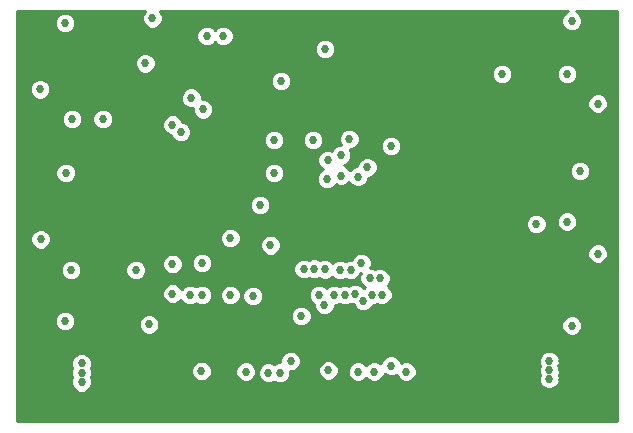
<source format=gbr>
G04 #@! TF.FileFunction,Copper,L2,Inr,Plane*
%FSLAX46Y46*%
G04 Gerber Fmt 4.6, Leading zero omitted, Abs format (unit mm)*
G04 Created by KiCad (PCBNEW 4.0.4-stable) date 12/08/16 20:58:41*
%MOMM*%
%LPD*%
G01*
G04 APERTURE LIST*
%ADD10C,0.100000*%
%ADD11C,0.690000*%
%ADD12C,0.254000*%
G04 APERTURE END LIST*
D10*
D11*
X76100000Y-112200000D03*
X76100000Y-113000000D03*
X76100000Y-111400000D03*
X93800000Y-111200000D03*
X85300000Y-105600000D03*
X91200000Y-98000000D03*
X93000000Y-87500000D03*
X82100000Y-82200000D03*
X77900000Y-90700000D03*
X74700000Y-82600000D03*
X74766434Y-95300000D03*
X74700000Y-107800000D03*
X72600000Y-88195944D03*
X75300000Y-90700000D03*
X80691844Y-103491844D03*
X75200000Y-103500000D03*
X72636424Y-100900000D03*
X97000000Y-112000000D03*
X115700000Y-112000000D03*
X115700000Y-112700000D03*
X115700000Y-111200000D03*
X111700000Y-86900000D03*
X117200000Y-86900000D03*
X117600000Y-82400000D03*
X119800000Y-89408000D03*
X118300000Y-95100000D03*
X114600000Y-99600000D03*
X117200000Y-99400000D03*
X119800000Y-102108000D03*
X117600000Y-108200000D03*
X94700000Y-107400000D03*
X81800000Y-108100000D03*
X96700000Y-84800000D03*
X81500000Y-86000000D03*
X92900000Y-112200000D03*
X88700000Y-105600000D03*
X88700000Y-100800000D03*
X90600000Y-105700000D03*
X92100000Y-101400000D03*
X116800000Y-112800000D03*
X116800000Y-111200000D03*
X116800000Y-112000000D03*
X75000000Y-113000000D03*
X75000000Y-111400000D03*
X75000000Y-112200000D03*
X111700000Y-90100000D03*
X119900000Y-85500000D03*
X120000000Y-93200000D03*
X114500000Y-102100000D03*
X119900000Y-98200000D03*
X119836000Y-105600000D03*
X87600000Y-101000000D03*
X93700000Y-98000000D03*
X93700000Y-92500000D03*
X77900000Y-88200000D03*
X72400000Y-84200000D03*
X72300000Y-92600000D03*
X71700000Y-96900000D03*
X72100000Y-105200000D03*
X77800000Y-100900000D03*
X95000000Y-112000000D03*
X83800000Y-91200000D03*
X83800000Y-103000000D03*
X83800000Y-105500000D03*
X85388941Y-88911059D03*
X88100000Y-83700000D03*
X86700000Y-83700000D03*
X86400000Y-89900000D03*
X84500000Y-91800000D03*
X86311468Y-102911468D03*
X86311468Y-105600000D03*
X96668361Y-106456809D03*
X95816130Y-103385256D03*
X99265969Y-105546923D03*
X98884213Y-103495954D03*
X101567913Y-105582652D03*
X101389950Y-104210472D03*
X99955864Y-106109210D03*
X102300000Y-111600000D03*
X99800000Y-102900000D03*
X99500000Y-95600000D03*
X95686000Y-92500000D03*
X100677923Y-105588873D03*
X98770332Y-92414373D03*
X100300000Y-94800000D03*
X100500000Y-104200000D03*
X103600000Y-112100000D03*
X98379952Y-105631158D03*
X97994216Y-103501216D03*
X98066414Y-93778596D03*
X98100000Y-95500000D03*
X100900000Y-112100000D03*
X97490012Y-105619856D03*
X96704205Y-103443935D03*
X99500000Y-112100000D03*
X96900000Y-95800000D03*
X96938795Y-94189290D03*
X102306000Y-93000000D03*
X91915679Y-112199509D03*
X96200000Y-105600000D03*
X94900000Y-103400000D03*
X92400000Y-95300000D03*
X92400000Y-92500000D03*
X90000000Y-112100000D03*
X86256091Y-112043909D03*
D12*
G36*
X81361186Y-81705407D02*
X81228152Y-82025788D01*
X81227849Y-82372690D01*
X81360324Y-82693303D01*
X81605407Y-82938814D01*
X81925788Y-83071848D01*
X82272690Y-83072151D01*
X82593303Y-82939676D01*
X82838814Y-82694593D01*
X82971848Y-82374212D01*
X82972151Y-82027310D01*
X82839676Y-81706697D01*
X82735162Y-81602000D01*
X117247851Y-81602000D01*
X117106697Y-81660324D01*
X116861186Y-81905407D01*
X116728152Y-82225788D01*
X116727849Y-82572690D01*
X116860324Y-82893303D01*
X117105407Y-83138814D01*
X117425788Y-83271848D01*
X117772690Y-83272151D01*
X118093303Y-83139676D01*
X118338814Y-82894593D01*
X118471848Y-82574212D01*
X118472151Y-82227310D01*
X118339676Y-81906697D01*
X118094593Y-81661186D01*
X117952057Y-81602000D01*
X121398000Y-81602000D01*
X121398000Y-116298000D01*
X70602000Y-116298000D01*
X70602000Y-111572690D01*
X75227849Y-111572690D01*
X75321840Y-111800164D01*
X75228152Y-112025788D01*
X75227849Y-112372690D01*
X75321840Y-112600164D01*
X75228152Y-112825788D01*
X75227849Y-113172690D01*
X75360324Y-113493303D01*
X75605407Y-113738814D01*
X75925788Y-113871848D01*
X76272690Y-113872151D01*
X76593303Y-113739676D01*
X76838814Y-113494593D01*
X76971848Y-113174212D01*
X76972151Y-112827310D01*
X76878160Y-112599836D01*
X76971848Y-112374212D01*
X76971985Y-112216599D01*
X85383940Y-112216599D01*
X85516415Y-112537212D01*
X85761498Y-112782723D01*
X86081879Y-112915757D01*
X86428781Y-112916060D01*
X86749394Y-112783585D01*
X86994905Y-112538502D01*
X87105279Y-112272690D01*
X89127849Y-112272690D01*
X89260324Y-112593303D01*
X89505407Y-112838814D01*
X89825788Y-112971848D01*
X90172690Y-112972151D01*
X90493303Y-112839676D01*
X90738814Y-112594593D01*
X90831160Y-112372199D01*
X91043528Y-112372199D01*
X91176003Y-112692812D01*
X91421086Y-112938323D01*
X91741467Y-113071357D01*
X92088369Y-113071660D01*
X92407638Y-112939740D01*
X92725788Y-113071848D01*
X93072690Y-113072151D01*
X93393303Y-112939676D01*
X93638814Y-112694593D01*
X93771848Y-112374212D01*
X93772024Y-112172690D01*
X96127849Y-112172690D01*
X96260324Y-112493303D01*
X96505407Y-112738814D01*
X96825788Y-112871848D01*
X97172690Y-112872151D01*
X97493303Y-112739676D01*
X97738814Y-112494593D01*
X97830956Y-112272690D01*
X98627849Y-112272690D01*
X98760324Y-112593303D01*
X99005407Y-112838814D01*
X99325788Y-112971848D01*
X99672690Y-112972151D01*
X99993303Y-112839676D01*
X100200146Y-112633194D01*
X100405407Y-112838814D01*
X100725788Y-112971848D01*
X101072690Y-112972151D01*
X101393303Y-112839676D01*
X101638814Y-112594593D01*
X101762762Y-112296094D01*
X101805407Y-112338814D01*
X102125788Y-112471848D01*
X102472690Y-112472151D01*
X102761036Y-112353008D01*
X102860324Y-112593303D01*
X103105407Y-112838814D01*
X103425788Y-112971848D01*
X103772690Y-112972151D01*
X104093303Y-112839676D01*
X104338814Y-112594593D01*
X104471848Y-112274212D01*
X104472151Y-111927310D01*
X104339676Y-111606697D01*
X104106077Y-111372690D01*
X114827849Y-111372690D01*
X114921840Y-111600164D01*
X114828152Y-111825788D01*
X114827849Y-112172690D01*
X114901129Y-112350040D01*
X114828152Y-112525788D01*
X114827849Y-112872690D01*
X114960324Y-113193303D01*
X115205407Y-113438814D01*
X115525788Y-113571848D01*
X115872690Y-113572151D01*
X116193303Y-113439676D01*
X116438814Y-113194593D01*
X116571848Y-112874212D01*
X116572151Y-112527310D01*
X116498871Y-112349960D01*
X116571848Y-112174212D01*
X116572151Y-111827310D01*
X116478160Y-111599836D01*
X116571848Y-111374212D01*
X116572151Y-111027310D01*
X116439676Y-110706697D01*
X116194593Y-110461186D01*
X115874212Y-110328152D01*
X115527310Y-110327849D01*
X115206697Y-110460324D01*
X114961186Y-110705407D01*
X114828152Y-111025788D01*
X114827849Y-111372690D01*
X104106077Y-111372690D01*
X104094593Y-111361186D01*
X103774212Y-111228152D01*
X103427310Y-111227849D01*
X103138964Y-111346992D01*
X103039676Y-111106697D01*
X102794593Y-110861186D01*
X102474212Y-110728152D01*
X102127310Y-110727849D01*
X101806697Y-110860324D01*
X101561186Y-111105407D01*
X101437238Y-111403906D01*
X101394593Y-111361186D01*
X101074212Y-111228152D01*
X100727310Y-111227849D01*
X100406697Y-111360324D01*
X100199854Y-111566806D01*
X99994593Y-111361186D01*
X99674212Y-111228152D01*
X99327310Y-111227849D01*
X99006697Y-111360324D01*
X98761186Y-111605407D01*
X98628152Y-111925788D01*
X98627849Y-112272690D01*
X97830956Y-112272690D01*
X97871848Y-112174212D01*
X97872151Y-111827310D01*
X97739676Y-111506697D01*
X97494593Y-111261186D01*
X97174212Y-111128152D01*
X96827310Y-111127849D01*
X96506697Y-111260324D01*
X96261186Y-111505407D01*
X96128152Y-111825788D01*
X96127849Y-112172690D01*
X93772024Y-112172690D01*
X93772112Y-112071976D01*
X93972690Y-112072151D01*
X94293303Y-111939676D01*
X94538814Y-111694593D01*
X94671848Y-111374212D01*
X94672151Y-111027310D01*
X94539676Y-110706697D01*
X94294593Y-110461186D01*
X93974212Y-110328152D01*
X93627310Y-110327849D01*
X93306697Y-110460324D01*
X93061186Y-110705407D01*
X92928152Y-111025788D01*
X92927888Y-111328024D01*
X92727310Y-111327849D01*
X92408041Y-111459769D01*
X92089891Y-111327661D01*
X91742989Y-111327358D01*
X91422376Y-111459833D01*
X91176865Y-111704916D01*
X91043831Y-112025297D01*
X91043528Y-112372199D01*
X90831160Y-112372199D01*
X90871848Y-112274212D01*
X90872151Y-111927310D01*
X90739676Y-111606697D01*
X90494593Y-111361186D01*
X90174212Y-111228152D01*
X89827310Y-111227849D01*
X89506697Y-111360324D01*
X89261186Y-111605407D01*
X89128152Y-111925788D01*
X89127849Y-112272690D01*
X87105279Y-112272690D01*
X87127939Y-112218121D01*
X87128242Y-111871219D01*
X86995767Y-111550606D01*
X86750684Y-111305095D01*
X86430303Y-111172061D01*
X86083401Y-111171758D01*
X85762788Y-111304233D01*
X85517277Y-111549316D01*
X85384243Y-111869697D01*
X85383940Y-112216599D01*
X76971985Y-112216599D01*
X76972151Y-112027310D01*
X76878160Y-111799836D01*
X76971848Y-111574212D01*
X76972151Y-111227310D01*
X76839676Y-110906697D01*
X76594593Y-110661186D01*
X76274212Y-110528152D01*
X75927310Y-110527849D01*
X75606697Y-110660324D01*
X75361186Y-110905407D01*
X75228152Y-111225788D01*
X75227849Y-111572690D01*
X70602000Y-111572690D01*
X70602000Y-107972690D01*
X73827849Y-107972690D01*
X73960324Y-108293303D01*
X74205407Y-108538814D01*
X74525788Y-108671848D01*
X74872690Y-108672151D01*
X75193303Y-108539676D01*
X75438814Y-108294593D01*
X75447908Y-108272690D01*
X80927849Y-108272690D01*
X81060324Y-108593303D01*
X81305407Y-108838814D01*
X81625788Y-108971848D01*
X81972690Y-108972151D01*
X82293303Y-108839676D01*
X82538814Y-108594593D01*
X82630956Y-108372690D01*
X116727849Y-108372690D01*
X116860324Y-108693303D01*
X117105407Y-108938814D01*
X117425788Y-109071848D01*
X117772690Y-109072151D01*
X118093303Y-108939676D01*
X118338814Y-108694593D01*
X118471848Y-108374212D01*
X118472151Y-108027310D01*
X118339676Y-107706697D01*
X118094593Y-107461186D01*
X117774212Y-107328152D01*
X117427310Y-107327849D01*
X117106697Y-107460324D01*
X116861186Y-107705407D01*
X116728152Y-108025788D01*
X116727849Y-108372690D01*
X82630956Y-108372690D01*
X82671848Y-108274212D01*
X82672151Y-107927310D01*
X82539676Y-107606697D01*
X82505729Y-107572690D01*
X93827849Y-107572690D01*
X93960324Y-107893303D01*
X94205407Y-108138814D01*
X94525788Y-108271848D01*
X94872690Y-108272151D01*
X95193303Y-108139676D01*
X95438814Y-107894593D01*
X95571848Y-107574212D01*
X95572151Y-107227310D01*
X95439676Y-106906697D01*
X95194593Y-106661186D01*
X94874212Y-106528152D01*
X94527310Y-106527849D01*
X94206697Y-106660324D01*
X93961186Y-106905407D01*
X93828152Y-107225788D01*
X93827849Y-107572690D01*
X82505729Y-107572690D01*
X82294593Y-107361186D01*
X81974212Y-107228152D01*
X81627310Y-107227849D01*
X81306697Y-107360324D01*
X81061186Y-107605407D01*
X80928152Y-107925788D01*
X80927849Y-108272690D01*
X75447908Y-108272690D01*
X75571848Y-107974212D01*
X75572151Y-107627310D01*
X75439676Y-107306697D01*
X75194593Y-107061186D01*
X74874212Y-106928152D01*
X74527310Y-106927849D01*
X74206697Y-107060324D01*
X73961186Y-107305407D01*
X73828152Y-107625788D01*
X73827849Y-107972690D01*
X70602000Y-107972690D01*
X70602000Y-105672690D01*
X82927849Y-105672690D01*
X83060324Y-105993303D01*
X83305407Y-106238814D01*
X83625788Y-106371848D01*
X83972690Y-106372151D01*
X84293303Y-106239676D01*
X84525167Y-106008216D01*
X84560324Y-106093303D01*
X84805407Y-106338814D01*
X85125788Y-106471848D01*
X85472690Y-106472151D01*
X85793303Y-106339676D01*
X85805541Y-106327460D01*
X85816875Y-106338814D01*
X86137256Y-106471848D01*
X86484158Y-106472151D01*
X86804771Y-106339676D01*
X87050282Y-106094593D01*
X87183316Y-105774212D01*
X87183317Y-105772690D01*
X87827849Y-105772690D01*
X87960324Y-106093303D01*
X88205407Y-106338814D01*
X88525788Y-106471848D01*
X88872690Y-106472151D01*
X89193303Y-106339676D01*
X89438814Y-106094593D01*
X89530956Y-105872690D01*
X89727849Y-105872690D01*
X89860324Y-106193303D01*
X90105407Y-106438814D01*
X90425788Y-106571848D01*
X90772690Y-106572151D01*
X91093303Y-106439676D01*
X91338814Y-106194593D01*
X91471848Y-105874212D01*
X91472151Y-105527310D01*
X91339676Y-105206697D01*
X91094593Y-104961186D01*
X90774212Y-104828152D01*
X90427310Y-104827849D01*
X90106697Y-104960324D01*
X89861186Y-105205407D01*
X89728152Y-105525788D01*
X89727849Y-105872690D01*
X89530956Y-105872690D01*
X89571848Y-105774212D01*
X89572151Y-105427310D01*
X89439676Y-105106697D01*
X89194593Y-104861186D01*
X88874212Y-104728152D01*
X88527310Y-104727849D01*
X88206697Y-104860324D01*
X87961186Y-105105407D01*
X87828152Y-105425788D01*
X87827849Y-105772690D01*
X87183317Y-105772690D01*
X87183619Y-105427310D01*
X87051144Y-105106697D01*
X86806061Y-104861186D01*
X86485680Y-104728152D01*
X86138778Y-104727849D01*
X85818165Y-104860324D01*
X85805927Y-104872540D01*
X85794593Y-104861186D01*
X85474212Y-104728152D01*
X85127310Y-104727849D01*
X84806697Y-104860324D01*
X84574833Y-105091784D01*
X84539676Y-105006697D01*
X84294593Y-104761186D01*
X83974212Y-104628152D01*
X83627310Y-104627849D01*
X83306697Y-104760324D01*
X83061186Y-105005407D01*
X82928152Y-105325788D01*
X82927849Y-105672690D01*
X70602000Y-105672690D01*
X70602000Y-103672690D01*
X74327849Y-103672690D01*
X74460324Y-103993303D01*
X74705407Y-104238814D01*
X75025788Y-104371848D01*
X75372690Y-104372151D01*
X75693303Y-104239676D01*
X75938814Y-103994593D01*
X76071848Y-103674212D01*
X76071856Y-103664534D01*
X79819693Y-103664534D01*
X79952168Y-103985147D01*
X80197251Y-104230658D01*
X80517632Y-104363692D01*
X80864534Y-104363995D01*
X81185147Y-104231520D01*
X81430658Y-103986437D01*
X81563692Y-103666056D01*
X81563995Y-103319154D01*
X81503478Y-103172690D01*
X82927849Y-103172690D01*
X83060324Y-103493303D01*
X83305407Y-103738814D01*
X83625788Y-103871848D01*
X83972690Y-103872151D01*
X84293303Y-103739676D01*
X84538814Y-103494593D01*
X84671848Y-103174212D01*
X84671926Y-103084158D01*
X85439317Y-103084158D01*
X85571792Y-103404771D01*
X85816875Y-103650282D01*
X86137256Y-103783316D01*
X86484158Y-103783619D01*
X86804771Y-103651144D01*
X86883362Y-103572690D01*
X94027849Y-103572690D01*
X94160324Y-103893303D01*
X94405407Y-104138814D01*
X94725788Y-104271848D01*
X95072690Y-104272151D01*
X95376170Y-104146755D01*
X95641918Y-104257104D01*
X95988820Y-104257407D01*
X96197900Y-104171017D01*
X96209612Y-104182749D01*
X96529993Y-104315783D01*
X96876895Y-104316086D01*
X97197508Y-104183611D01*
X97320620Y-104060714D01*
X97499623Y-104240030D01*
X97820004Y-104373064D01*
X98166906Y-104373367D01*
X98445841Y-104258113D01*
X98710001Y-104367802D01*
X99056903Y-104368105D01*
X99377516Y-104235630D01*
X99623027Y-103990547D01*
X99713807Y-103771925D01*
X99733558Y-103771942D01*
X99628152Y-104025788D01*
X99627849Y-104372690D01*
X99760324Y-104693303D01*
X100005407Y-104938814D01*
X100068572Y-104965043D01*
X99992765Y-105040718D01*
X99760562Y-104808109D01*
X99440181Y-104675075D01*
X99093279Y-104674772D01*
X98772666Y-104807247D01*
X98742391Y-104837469D01*
X98554164Y-104759310D01*
X98207262Y-104759007D01*
X97948350Y-104865988D01*
X97664224Y-104748008D01*
X97317322Y-104747705D01*
X96996709Y-104880180D01*
X96854884Y-105021757D01*
X96694593Y-104861186D01*
X96374212Y-104728152D01*
X96027310Y-104727849D01*
X95706697Y-104860324D01*
X95461186Y-105105407D01*
X95328152Y-105425788D01*
X95327849Y-105772690D01*
X95460324Y-106093303D01*
X95705407Y-106338814D01*
X95796431Y-106376610D01*
X95796210Y-106629499D01*
X95928685Y-106950112D01*
X96173768Y-107195623D01*
X96494149Y-107328657D01*
X96841051Y-107328960D01*
X97161664Y-107196485D01*
X97407175Y-106951402D01*
X97540209Y-106631021D01*
X97540331Y-106491900D01*
X97662702Y-106492007D01*
X97921614Y-106385026D01*
X98205740Y-106503006D01*
X98552642Y-106503309D01*
X98873255Y-106370834D01*
X98903530Y-106340612D01*
X99091757Y-106418771D01*
X99140285Y-106418813D01*
X99216188Y-106602513D01*
X99461271Y-106848024D01*
X99781652Y-106981058D01*
X100128554Y-106981361D01*
X100449167Y-106848886D01*
X100694678Y-106603803D01*
X100754000Y-106460940D01*
X100850613Y-106461024D01*
X101130702Y-106345293D01*
X101393701Y-106454500D01*
X101740603Y-106454803D01*
X102061216Y-106322328D01*
X102306727Y-106077245D01*
X102439761Y-105756864D01*
X102440064Y-105409962D01*
X102307589Y-105089349D01*
X102062506Y-104843838D01*
X102011122Y-104822502D01*
X102128764Y-104705065D01*
X102261798Y-104384684D01*
X102262101Y-104037782D01*
X102129626Y-103717169D01*
X101884543Y-103471658D01*
X101564162Y-103338624D01*
X101217260Y-103338321D01*
X100957341Y-103445718D01*
X100674212Y-103328152D01*
X100566442Y-103328058D01*
X100671848Y-103074212D01*
X100672151Y-102727310D01*
X100539676Y-102406697D01*
X100413889Y-102280690D01*
X118927849Y-102280690D01*
X119060324Y-102601303D01*
X119305407Y-102846814D01*
X119625788Y-102979848D01*
X119972690Y-102980151D01*
X120293303Y-102847676D01*
X120538814Y-102602593D01*
X120671848Y-102282212D01*
X120672151Y-101935310D01*
X120539676Y-101614697D01*
X120294593Y-101369186D01*
X119974212Y-101236152D01*
X119627310Y-101235849D01*
X119306697Y-101368324D01*
X119061186Y-101613407D01*
X118928152Y-101933788D01*
X118927849Y-102280690D01*
X100413889Y-102280690D01*
X100294593Y-102161186D01*
X99974212Y-102028152D01*
X99627310Y-102027849D01*
X99306697Y-102160324D01*
X99061186Y-102405407D01*
X98970406Y-102624029D01*
X98711523Y-102623803D01*
X98432588Y-102739057D01*
X98168428Y-102629368D01*
X97821526Y-102629065D01*
X97500913Y-102761540D01*
X97377801Y-102884437D01*
X97198798Y-102705121D01*
X96878417Y-102572087D01*
X96531515Y-102571784D01*
X96322435Y-102658174D01*
X96310723Y-102646442D01*
X95990342Y-102513408D01*
X95643440Y-102513105D01*
X95339960Y-102638501D01*
X95074212Y-102528152D01*
X94727310Y-102527849D01*
X94406697Y-102660324D01*
X94161186Y-102905407D01*
X94028152Y-103225788D01*
X94027849Y-103572690D01*
X86883362Y-103572690D01*
X87050282Y-103406061D01*
X87183316Y-103085680D01*
X87183619Y-102738778D01*
X87051144Y-102418165D01*
X86806061Y-102172654D01*
X86485680Y-102039620D01*
X86138778Y-102039317D01*
X85818165Y-102171792D01*
X85572654Y-102416875D01*
X85439620Y-102737256D01*
X85439317Y-103084158D01*
X84671926Y-103084158D01*
X84672151Y-102827310D01*
X84539676Y-102506697D01*
X84294593Y-102261186D01*
X83974212Y-102128152D01*
X83627310Y-102127849D01*
X83306697Y-102260324D01*
X83061186Y-102505407D01*
X82928152Y-102825788D01*
X82927849Y-103172690D01*
X81503478Y-103172690D01*
X81431520Y-102998541D01*
X81186437Y-102753030D01*
X80866056Y-102619996D01*
X80519154Y-102619693D01*
X80198541Y-102752168D01*
X79953030Y-102997251D01*
X79819996Y-103317632D01*
X79819693Y-103664534D01*
X76071856Y-103664534D01*
X76072151Y-103327310D01*
X75939676Y-103006697D01*
X75694593Y-102761186D01*
X75374212Y-102628152D01*
X75027310Y-102627849D01*
X74706697Y-102760324D01*
X74461186Y-103005407D01*
X74328152Y-103325788D01*
X74327849Y-103672690D01*
X70602000Y-103672690D01*
X70602000Y-101072690D01*
X71764273Y-101072690D01*
X71896748Y-101393303D01*
X72141831Y-101638814D01*
X72462212Y-101771848D01*
X72809114Y-101772151D01*
X73129727Y-101639676D01*
X73375238Y-101394593D01*
X73508272Y-101074212D01*
X73508360Y-100972690D01*
X87827849Y-100972690D01*
X87960324Y-101293303D01*
X88205407Y-101538814D01*
X88525788Y-101671848D01*
X88872690Y-101672151D01*
X89113403Y-101572690D01*
X91227849Y-101572690D01*
X91360324Y-101893303D01*
X91605407Y-102138814D01*
X91925788Y-102271848D01*
X92272690Y-102272151D01*
X92593303Y-102139676D01*
X92838814Y-101894593D01*
X92971848Y-101574212D01*
X92972151Y-101227310D01*
X92839676Y-100906697D01*
X92594593Y-100661186D01*
X92274212Y-100528152D01*
X91927310Y-100527849D01*
X91606697Y-100660324D01*
X91361186Y-100905407D01*
X91228152Y-101225788D01*
X91227849Y-101572690D01*
X89113403Y-101572690D01*
X89193303Y-101539676D01*
X89438814Y-101294593D01*
X89571848Y-100974212D01*
X89572151Y-100627310D01*
X89439676Y-100306697D01*
X89194593Y-100061186D01*
X88874212Y-99928152D01*
X88527310Y-99927849D01*
X88206697Y-100060324D01*
X87961186Y-100305407D01*
X87828152Y-100625788D01*
X87827849Y-100972690D01*
X73508360Y-100972690D01*
X73508575Y-100727310D01*
X73376100Y-100406697D01*
X73131017Y-100161186D01*
X72810636Y-100028152D01*
X72463734Y-100027849D01*
X72143121Y-100160324D01*
X71897610Y-100405407D01*
X71764576Y-100725788D01*
X71764273Y-101072690D01*
X70602000Y-101072690D01*
X70602000Y-99772690D01*
X113727849Y-99772690D01*
X113860324Y-100093303D01*
X114105407Y-100338814D01*
X114425788Y-100471848D01*
X114772690Y-100472151D01*
X115093303Y-100339676D01*
X115338814Y-100094593D01*
X115471848Y-99774212D01*
X115472024Y-99572690D01*
X116327849Y-99572690D01*
X116460324Y-99893303D01*
X116705407Y-100138814D01*
X117025788Y-100271848D01*
X117372690Y-100272151D01*
X117693303Y-100139676D01*
X117938814Y-99894593D01*
X118071848Y-99574212D01*
X118072151Y-99227310D01*
X117939676Y-98906697D01*
X117694593Y-98661186D01*
X117374212Y-98528152D01*
X117027310Y-98527849D01*
X116706697Y-98660324D01*
X116461186Y-98905407D01*
X116328152Y-99225788D01*
X116327849Y-99572690D01*
X115472024Y-99572690D01*
X115472151Y-99427310D01*
X115339676Y-99106697D01*
X115094593Y-98861186D01*
X114774212Y-98728152D01*
X114427310Y-98727849D01*
X114106697Y-98860324D01*
X113861186Y-99105407D01*
X113728152Y-99425788D01*
X113727849Y-99772690D01*
X70602000Y-99772690D01*
X70602000Y-98172690D01*
X90327849Y-98172690D01*
X90460324Y-98493303D01*
X90705407Y-98738814D01*
X91025788Y-98871848D01*
X91372690Y-98872151D01*
X91693303Y-98739676D01*
X91938814Y-98494593D01*
X92071848Y-98174212D01*
X92072151Y-97827310D01*
X91939676Y-97506697D01*
X91694593Y-97261186D01*
X91374212Y-97128152D01*
X91027310Y-97127849D01*
X90706697Y-97260324D01*
X90461186Y-97505407D01*
X90328152Y-97825788D01*
X90327849Y-98172690D01*
X70602000Y-98172690D01*
X70602000Y-95472690D01*
X73894283Y-95472690D01*
X74026758Y-95793303D01*
X74271841Y-96038814D01*
X74592222Y-96171848D01*
X74939124Y-96172151D01*
X75259737Y-96039676D01*
X75505248Y-95794593D01*
X75638282Y-95474212D01*
X75638283Y-95472690D01*
X91527849Y-95472690D01*
X91660324Y-95793303D01*
X91905407Y-96038814D01*
X92225788Y-96171848D01*
X92572690Y-96172151D01*
X92893303Y-96039676D01*
X92960405Y-95972690D01*
X96027849Y-95972690D01*
X96160324Y-96293303D01*
X96405407Y-96538814D01*
X96725788Y-96671848D01*
X97072690Y-96672151D01*
X97393303Y-96539676D01*
X97638814Y-96294593D01*
X97653656Y-96258849D01*
X97925788Y-96371848D01*
X98272690Y-96372151D01*
X98593303Y-96239676D01*
X98754369Y-96078891D01*
X98760324Y-96093303D01*
X99005407Y-96338814D01*
X99325788Y-96471848D01*
X99672690Y-96472151D01*
X99993303Y-96339676D01*
X100238814Y-96094593D01*
X100371848Y-95774212D01*
X100371937Y-95672063D01*
X100472690Y-95672151D01*
X100793303Y-95539676D01*
X101038814Y-95294593D01*
X101047908Y-95272690D01*
X117427849Y-95272690D01*
X117560324Y-95593303D01*
X117805407Y-95838814D01*
X118125788Y-95971848D01*
X118472690Y-95972151D01*
X118793303Y-95839676D01*
X119038814Y-95594593D01*
X119171848Y-95274212D01*
X119172151Y-94927310D01*
X119039676Y-94606697D01*
X118794593Y-94361186D01*
X118474212Y-94228152D01*
X118127310Y-94227849D01*
X117806697Y-94360324D01*
X117561186Y-94605407D01*
X117428152Y-94925788D01*
X117427849Y-95272690D01*
X101047908Y-95272690D01*
X101171848Y-94974212D01*
X101172151Y-94627310D01*
X101039676Y-94306697D01*
X100794593Y-94061186D01*
X100474212Y-93928152D01*
X100127310Y-93927849D01*
X99806697Y-94060324D01*
X99561186Y-94305407D01*
X99428152Y-94625788D01*
X99428063Y-94727937D01*
X99327310Y-94727849D01*
X99006697Y-94860324D01*
X98845631Y-95021109D01*
X98839676Y-95006697D01*
X98594593Y-94761186D01*
X98283976Y-94632206D01*
X98559717Y-94518272D01*
X98805228Y-94273189D01*
X98938262Y-93952808D01*
X98938565Y-93605906D01*
X98806549Y-93286405D01*
X98943022Y-93286524D01*
X99218520Y-93172690D01*
X101433849Y-93172690D01*
X101566324Y-93493303D01*
X101811407Y-93738814D01*
X102131788Y-93871848D01*
X102478690Y-93872151D01*
X102799303Y-93739676D01*
X103044814Y-93494593D01*
X103177848Y-93174212D01*
X103178151Y-92827310D01*
X103045676Y-92506697D01*
X102800593Y-92261186D01*
X102480212Y-92128152D01*
X102133310Y-92127849D01*
X101812697Y-92260324D01*
X101567186Y-92505407D01*
X101434152Y-92825788D01*
X101433849Y-93172690D01*
X99218520Y-93172690D01*
X99263635Y-93154049D01*
X99509146Y-92908966D01*
X99642180Y-92588585D01*
X99642483Y-92241683D01*
X99510008Y-91921070D01*
X99264925Y-91675559D01*
X98944544Y-91542525D01*
X98597642Y-91542222D01*
X98277029Y-91674697D01*
X98031518Y-91919780D01*
X97898484Y-92240161D01*
X97898181Y-92587063D01*
X98030197Y-92906564D01*
X97893724Y-92906445D01*
X97573111Y-93038920D01*
X97327600Y-93284003D01*
X97284198Y-93388527D01*
X97113007Y-93317442D01*
X96766105Y-93317139D01*
X96445492Y-93449614D01*
X96199981Y-93694697D01*
X96066947Y-94015078D01*
X96066644Y-94361980D01*
X96199119Y-94682593D01*
X96444202Y-94928104D01*
X96585099Y-94986610D01*
X96406697Y-95060324D01*
X96161186Y-95305407D01*
X96028152Y-95625788D01*
X96027849Y-95972690D01*
X92960405Y-95972690D01*
X93138814Y-95794593D01*
X93271848Y-95474212D01*
X93272151Y-95127310D01*
X93139676Y-94806697D01*
X92894593Y-94561186D01*
X92574212Y-94428152D01*
X92227310Y-94427849D01*
X91906697Y-94560324D01*
X91661186Y-94805407D01*
X91528152Y-95125788D01*
X91527849Y-95472690D01*
X75638283Y-95472690D01*
X75638585Y-95127310D01*
X75506110Y-94806697D01*
X75261027Y-94561186D01*
X74940646Y-94428152D01*
X74593744Y-94427849D01*
X74273131Y-94560324D01*
X74027620Y-94805407D01*
X73894586Y-95125788D01*
X73894283Y-95472690D01*
X70602000Y-95472690D01*
X70602000Y-92672690D01*
X91527849Y-92672690D01*
X91660324Y-92993303D01*
X91905407Y-93238814D01*
X92225788Y-93371848D01*
X92572690Y-93372151D01*
X92893303Y-93239676D01*
X93138814Y-92994593D01*
X93271848Y-92674212D01*
X93271849Y-92672690D01*
X94813849Y-92672690D01*
X94946324Y-92993303D01*
X95191407Y-93238814D01*
X95511788Y-93371848D01*
X95858690Y-93372151D01*
X96179303Y-93239676D01*
X96424814Y-92994593D01*
X96557848Y-92674212D01*
X96558151Y-92327310D01*
X96425676Y-92006697D01*
X96180593Y-91761186D01*
X95860212Y-91628152D01*
X95513310Y-91627849D01*
X95192697Y-91760324D01*
X94947186Y-92005407D01*
X94814152Y-92325788D01*
X94813849Y-92672690D01*
X93271849Y-92672690D01*
X93272151Y-92327310D01*
X93139676Y-92006697D01*
X92894593Y-91761186D01*
X92574212Y-91628152D01*
X92227310Y-91627849D01*
X91906697Y-91760324D01*
X91661186Y-92005407D01*
X91528152Y-92325788D01*
X91527849Y-92672690D01*
X70602000Y-92672690D01*
X70602000Y-90872690D01*
X74427849Y-90872690D01*
X74560324Y-91193303D01*
X74805407Y-91438814D01*
X75125788Y-91571848D01*
X75472690Y-91572151D01*
X75793303Y-91439676D01*
X76038814Y-91194593D01*
X76171848Y-90874212D01*
X76171849Y-90872690D01*
X77027849Y-90872690D01*
X77160324Y-91193303D01*
X77405407Y-91438814D01*
X77725788Y-91571848D01*
X78072690Y-91572151D01*
X78393303Y-91439676D01*
X78460405Y-91372690D01*
X82927849Y-91372690D01*
X83060324Y-91693303D01*
X83305407Y-91938814D01*
X83625788Y-92071848D01*
X83668836Y-92071886D01*
X83760324Y-92293303D01*
X84005407Y-92538814D01*
X84325788Y-92671848D01*
X84672690Y-92672151D01*
X84993303Y-92539676D01*
X85238814Y-92294593D01*
X85371848Y-91974212D01*
X85372151Y-91627310D01*
X85239676Y-91306697D01*
X84994593Y-91061186D01*
X84674212Y-90928152D01*
X84631164Y-90928114D01*
X84539676Y-90706697D01*
X84294593Y-90461186D01*
X83974212Y-90328152D01*
X83627310Y-90327849D01*
X83306697Y-90460324D01*
X83061186Y-90705407D01*
X82928152Y-91025788D01*
X82927849Y-91372690D01*
X78460405Y-91372690D01*
X78638814Y-91194593D01*
X78771848Y-90874212D01*
X78772151Y-90527310D01*
X78639676Y-90206697D01*
X78394593Y-89961186D01*
X78074212Y-89828152D01*
X77727310Y-89827849D01*
X77406697Y-89960324D01*
X77161186Y-90205407D01*
X77028152Y-90525788D01*
X77027849Y-90872690D01*
X76171849Y-90872690D01*
X76172151Y-90527310D01*
X76039676Y-90206697D01*
X75794593Y-89961186D01*
X75474212Y-89828152D01*
X75127310Y-89827849D01*
X74806697Y-89960324D01*
X74561186Y-90205407D01*
X74428152Y-90525788D01*
X74427849Y-90872690D01*
X70602000Y-90872690D01*
X70602000Y-89083749D01*
X84516790Y-89083749D01*
X84649265Y-89404362D01*
X84894348Y-89649873D01*
X85214729Y-89782907D01*
X85528102Y-89783181D01*
X85527849Y-90072690D01*
X85660324Y-90393303D01*
X85905407Y-90638814D01*
X86225788Y-90771848D01*
X86572690Y-90772151D01*
X86893303Y-90639676D01*
X87138814Y-90394593D01*
X87271848Y-90074212D01*
X87272151Y-89727310D01*
X87211569Y-89580690D01*
X118927849Y-89580690D01*
X119060324Y-89901303D01*
X119305407Y-90146814D01*
X119625788Y-90279848D01*
X119972690Y-90280151D01*
X120293303Y-90147676D01*
X120538814Y-89902593D01*
X120671848Y-89582212D01*
X120672151Y-89235310D01*
X120539676Y-88914697D01*
X120294593Y-88669186D01*
X119974212Y-88536152D01*
X119627310Y-88535849D01*
X119306697Y-88668324D01*
X119061186Y-88913407D01*
X118928152Y-89233788D01*
X118927849Y-89580690D01*
X87211569Y-89580690D01*
X87139676Y-89406697D01*
X86894593Y-89161186D01*
X86574212Y-89028152D01*
X86260839Y-89027878D01*
X86261092Y-88738369D01*
X86128617Y-88417756D01*
X85883534Y-88172245D01*
X85563153Y-88039211D01*
X85216251Y-88038908D01*
X84895638Y-88171383D01*
X84650127Y-88416466D01*
X84517093Y-88736847D01*
X84516790Y-89083749D01*
X70602000Y-89083749D01*
X70602000Y-88368634D01*
X71727849Y-88368634D01*
X71860324Y-88689247D01*
X72105407Y-88934758D01*
X72425788Y-89067792D01*
X72772690Y-89068095D01*
X73093303Y-88935620D01*
X73338814Y-88690537D01*
X73471848Y-88370156D01*
X73472151Y-88023254D01*
X73339676Y-87702641D01*
X73309778Y-87672690D01*
X92127849Y-87672690D01*
X92260324Y-87993303D01*
X92505407Y-88238814D01*
X92825788Y-88371848D01*
X93172690Y-88372151D01*
X93493303Y-88239676D01*
X93738814Y-87994593D01*
X93871848Y-87674212D01*
X93872151Y-87327310D01*
X93766944Y-87072690D01*
X110827849Y-87072690D01*
X110960324Y-87393303D01*
X111205407Y-87638814D01*
X111525788Y-87771848D01*
X111872690Y-87772151D01*
X112193303Y-87639676D01*
X112438814Y-87394593D01*
X112571848Y-87074212D01*
X112571849Y-87072690D01*
X116327849Y-87072690D01*
X116460324Y-87393303D01*
X116705407Y-87638814D01*
X117025788Y-87771848D01*
X117372690Y-87772151D01*
X117693303Y-87639676D01*
X117938814Y-87394593D01*
X118071848Y-87074212D01*
X118072151Y-86727310D01*
X117939676Y-86406697D01*
X117694593Y-86161186D01*
X117374212Y-86028152D01*
X117027310Y-86027849D01*
X116706697Y-86160324D01*
X116461186Y-86405407D01*
X116328152Y-86725788D01*
X116327849Y-87072690D01*
X112571849Y-87072690D01*
X112572151Y-86727310D01*
X112439676Y-86406697D01*
X112194593Y-86161186D01*
X111874212Y-86028152D01*
X111527310Y-86027849D01*
X111206697Y-86160324D01*
X110961186Y-86405407D01*
X110828152Y-86725788D01*
X110827849Y-87072690D01*
X93766944Y-87072690D01*
X93739676Y-87006697D01*
X93494593Y-86761186D01*
X93174212Y-86628152D01*
X92827310Y-86627849D01*
X92506697Y-86760324D01*
X92261186Y-87005407D01*
X92128152Y-87325788D01*
X92127849Y-87672690D01*
X73309778Y-87672690D01*
X73094593Y-87457130D01*
X72774212Y-87324096D01*
X72427310Y-87323793D01*
X72106697Y-87456268D01*
X71861186Y-87701351D01*
X71728152Y-88021732D01*
X71727849Y-88368634D01*
X70602000Y-88368634D01*
X70602000Y-86172690D01*
X80627849Y-86172690D01*
X80760324Y-86493303D01*
X81005407Y-86738814D01*
X81325788Y-86871848D01*
X81672690Y-86872151D01*
X81993303Y-86739676D01*
X82238814Y-86494593D01*
X82371848Y-86174212D01*
X82372151Y-85827310D01*
X82239676Y-85506697D01*
X81994593Y-85261186D01*
X81674212Y-85128152D01*
X81327310Y-85127849D01*
X81006697Y-85260324D01*
X80761186Y-85505407D01*
X80628152Y-85825788D01*
X80627849Y-86172690D01*
X70602000Y-86172690D01*
X70602000Y-84972690D01*
X95827849Y-84972690D01*
X95960324Y-85293303D01*
X96205407Y-85538814D01*
X96525788Y-85671848D01*
X96872690Y-85672151D01*
X97193303Y-85539676D01*
X97438814Y-85294593D01*
X97571848Y-84974212D01*
X97572151Y-84627310D01*
X97439676Y-84306697D01*
X97194593Y-84061186D01*
X96874212Y-83928152D01*
X96527310Y-83927849D01*
X96206697Y-84060324D01*
X95961186Y-84305407D01*
X95828152Y-84625788D01*
X95827849Y-84972690D01*
X70602000Y-84972690D01*
X70602000Y-83872690D01*
X85827849Y-83872690D01*
X85960324Y-84193303D01*
X86205407Y-84438814D01*
X86525788Y-84571848D01*
X86872690Y-84572151D01*
X87193303Y-84439676D01*
X87400146Y-84233194D01*
X87605407Y-84438814D01*
X87925788Y-84571848D01*
X88272690Y-84572151D01*
X88593303Y-84439676D01*
X88838814Y-84194593D01*
X88971848Y-83874212D01*
X88972151Y-83527310D01*
X88839676Y-83206697D01*
X88594593Y-82961186D01*
X88274212Y-82828152D01*
X87927310Y-82827849D01*
X87606697Y-82960324D01*
X87399854Y-83166806D01*
X87194593Y-82961186D01*
X86874212Y-82828152D01*
X86527310Y-82827849D01*
X86206697Y-82960324D01*
X85961186Y-83205407D01*
X85828152Y-83525788D01*
X85827849Y-83872690D01*
X70602000Y-83872690D01*
X70602000Y-82772690D01*
X73827849Y-82772690D01*
X73960324Y-83093303D01*
X74205407Y-83338814D01*
X74525788Y-83471848D01*
X74872690Y-83472151D01*
X75193303Y-83339676D01*
X75438814Y-83094593D01*
X75571848Y-82774212D01*
X75572151Y-82427310D01*
X75439676Y-82106697D01*
X75194593Y-81861186D01*
X74874212Y-81728152D01*
X74527310Y-81727849D01*
X74206697Y-81860324D01*
X73961186Y-82105407D01*
X73828152Y-82425788D01*
X73827849Y-82772690D01*
X70602000Y-82772690D01*
X70602000Y-81602000D01*
X81464774Y-81602000D01*
X81361186Y-81705407D01*
X81361186Y-81705407D01*
G37*
X81361186Y-81705407D02*
X81228152Y-82025788D01*
X81227849Y-82372690D01*
X81360324Y-82693303D01*
X81605407Y-82938814D01*
X81925788Y-83071848D01*
X82272690Y-83072151D01*
X82593303Y-82939676D01*
X82838814Y-82694593D01*
X82971848Y-82374212D01*
X82972151Y-82027310D01*
X82839676Y-81706697D01*
X82735162Y-81602000D01*
X117247851Y-81602000D01*
X117106697Y-81660324D01*
X116861186Y-81905407D01*
X116728152Y-82225788D01*
X116727849Y-82572690D01*
X116860324Y-82893303D01*
X117105407Y-83138814D01*
X117425788Y-83271848D01*
X117772690Y-83272151D01*
X118093303Y-83139676D01*
X118338814Y-82894593D01*
X118471848Y-82574212D01*
X118472151Y-82227310D01*
X118339676Y-81906697D01*
X118094593Y-81661186D01*
X117952057Y-81602000D01*
X121398000Y-81602000D01*
X121398000Y-116298000D01*
X70602000Y-116298000D01*
X70602000Y-111572690D01*
X75227849Y-111572690D01*
X75321840Y-111800164D01*
X75228152Y-112025788D01*
X75227849Y-112372690D01*
X75321840Y-112600164D01*
X75228152Y-112825788D01*
X75227849Y-113172690D01*
X75360324Y-113493303D01*
X75605407Y-113738814D01*
X75925788Y-113871848D01*
X76272690Y-113872151D01*
X76593303Y-113739676D01*
X76838814Y-113494593D01*
X76971848Y-113174212D01*
X76972151Y-112827310D01*
X76878160Y-112599836D01*
X76971848Y-112374212D01*
X76971985Y-112216599D01*
X85383940Y-112216599D01*
X85516415Y-112537212D01*
X85761498Y-112782723D01*
X86081879Y-112915757D01*
X86428781Y-112916060D01*
X86749394Y-112783585D01*
X86994905Y-112538502D01*
X87105279Y-112272690D01*
X89127849Y-112272690D01*
X89260324Y-112593303D01*
X89505407Y-112838814D01*
X89825788Y-112971848D01*
X90172690Y-112972151D01*
X90493303Y-112839676D01*
X90738814Y-112594593D01*
X90831160Y-112372199D01*
X91043528Y-112372199D01*
X91176003Y-112692812D01*
X91421086Y-112938323D01*
X91741467Y-113071357D01*
X92088369Y-113071660D01*
X92407638Y-112939740D01*
X92725788Y-113071848D01*
X93072690Y-113072151D01*
X93393303Y-112939676D01*
X93638814Y-112694593D01*
X93771848Y-112374212D01*
X93772024Y-112172690D01*
X96127849Y-112172690D01*
X96260324Y-112493303D01*
X96505407Y-112738814D01*
X96825788Y-112871848D01*
X97172690Y-112872151D01*
X97493303Y-112739676D01*
X97738814Y-112494593D01*
X97830956Y-112272690D01*
X98627849Y-112272690D01*
X98760324Y-112593303D01*
X99005407Y-112838814D01*
X99325788Y-112971848D01*
X99672690Y-112972151D01*
X99993303Y-112839676D01*
X100200146Y-112633194D01*
X100405407Y-112838814D01*
X100725788Y-112971848D01*
X101072690Y-112972151D01*
X101393303Y-112839676D01*
X101638814Y-112594593D01*
X101762762Y-112296094D01*
X101805407Y-112338814D01*
X102125788Y-112471848D01*
X102472690Y-112472151D01*
X102761036Y-112353008D01*
X102860324Y-112593303D01*
X103105407Y-112838814D01*
X103425788Y-112971848D01*
X103772690Y-112972151D01*
X104093303Y-112839676D01*
X104338814Y-112594593D01*
X104471848Y-112274212D01*
X104472151Y-111927310D01*
X104339676Y-111606697D01*
X104106077Y-111372690D01*
X114827849Y-111372690D01*
X114921840Y-111600164D01*
X114828152Y-111825788D01*
X114827849Y-112172690D01*
X114901129Y-112350040D01*
X114828152Y-112525788D01*
X114827849Y-112872690D01*
X114960324Y-113193303D01*
X115205407Y-113438814D01*
X115525788Y-113571848D01*
X115872690Y-113572151D01*
X116193303Y-113439676D01*
X116438814Y-113194593D01*
X116571848Y-112874212D01*
X116572151Y-112527310D01*
X116498871Y-112349960D01*
X116571848Y-112174212D01*
X116572151Y-111827310D01*
X116478160Y-111599836D01*
X116571848Y-111374212D01*
X116572151Y-111027310D01*
X116439676Y-110706697D01*
X116194593Y-110461186D01*
X115874212Y-110328152D01*
X115527310Y-110327849D01*
X115206697Y-110460324D01*
X114961186Y-110705407D01*
X114828152Y-111025788D01*
X114827849Y-111372690D01*
X104106077Y-111372690D01*
X104094593Y-111361186D01*
X103774212Y-111228152D01*
X103427310Y-111227849D01*
X103138964Y-111346992D01*
X103039676Y-111106697D01*
X102794593Y-110861186D01*
X102474212Y-110728152D01*
X102127310Y-110727849D01*
X101806697Y-110860324D01*
X101561186Y-111105407D01*
X101437238Y-111403906D01*
X101394593Y-111361186D01*
X101074212Y-111228152D01*
X100727310Y-111227849D01*
X100406697Y-111360324D01*
X100199854Y-111566806D01*
X99994593Y-111361186D01*
X99674212Y-111228152D01*
X99327310Y-111227849D01*
X99006697Y-111360324D01*
X98761186Y-111605407D01*
X98628152Y-111925788D01*
X98627849Y-112272690D01*
X97830956Y-112272690D01*
X97871848Y-112174212D01*
X97872151Y-111827310D01*
X97739676Y-111506697D01*
X97494593Y-111261186D01*
X97174212Y-111128152D01*
X96827310Y-111127849D01*
X96506697Y-111260324D01*
X96261186Y-111505407D01*
X96128152Y-111825788D01*
X96127849Y-112172690D01*
X93772024Y-112172690D01*
X93772112Y-112071976D01*
X93972690Y-112072151D01*
X94293303Y-111939676D01*
X94538814Y-111694593D01*
X94671848Y-111374212D01*
X94672151Y-111027310D01*
X94539676Y-110706697D01*
X94294593Y-110461186D01*
X93974212Y-110328152D01*
X93627310Y-110327849D01*
X93306697Y-110460324D01*
X93061186Y-110705407D01*
X92928152Y-111025788D01*
X92927888Y-111328024D01*
X92727310Y-111327849D01*
X92408041Y-111459769D01*
X92089891Y-111327661D01*
X91742989Y-111327358D01*
X91422376Y-111459833D01*
X91176865Y-111704916D01*
X91043831Y-112025297D01*
X91043528Y-112372199D01*
X90831160Y-112372199D01*
X90871848Y-112274212D01*
X90872151Y-111927310D01*
X90739676Y-111606697D01*
X90494593Y-111361186D01*
X90174212Y-111228152D01*
X89827310Y-111227849D01*
X89506697Y-111360324D01*
X89261186Y-111605407D01*
X89128152Y-111925788D01*
X89127849Y-112272690D01*
X87105279Y-112272690D01*
X87127939Y-112218121D01*
X87128242Y-111871219D01*
X86995767Y-111550606D01*
X86750684Y-111305095D01*
X86430303Y-111172061D01*
X86083401Y-111171758D01*
X85762788Y-111304233D01*
X85517277Y-111549316D01*
X85384243Y-111869697D01*
X85383940Y-112216599D01*
X76971985Y-112216599D01*
X76972151Y-112027310D01*
X76878160Y-111799836D01*
X76971848Y-111574212D01*
X76972151Y-111227310D01*
X76839676Y-110906697D01*
X76594593Y-110661186D01*
X76274212Y-110528152D01*
X75927310Y-110527849D01*
X75606697Y-110660324D01*
X75361186Y-110905407D01*
X75228152Y-111225788D01*
X75227849Y-111572690D01*
X70602000Y-111572690D01*
X70602000Y-107972690D01*
X73827849Y-107972690D01*
X73960324Y-108293303D01*
X74205407Y-108538814D01*
X74525788Y-108671848D01*
X74872690Y-108672151D01*
X75193303Y-108539676D01*
X75438814Y-108294593D01*
X75447908Y-108272690D01*
X80927849Y-108272690D01*
X81060324Y-108593303D01*
X81305407Y-108838814D01*
X81625788Y-108971848D01*
X81972690Y-108972151D01*
X82293303Y-108839676D01*
X82538814Y-108594593D01*
X82630956Y-108372690D01*
X116727849Y-108372690D01*
X116860324Y-108693303D01*
X117105407Y-108938814D01*
X117425788Y-109071848D01*
X117772690Y-109072151D01*
X118093303Y-108939676D01*
X118338814Y-108694593D01*
X118471848Y-108374212D01*
X118472151Y-108027310D01*
X118339676Y-107706697D01*
X118094593Y-107461186D01*
X117774212Y-107328152D01*
X117427310Y-107327849D01*
X117106697Y-107460324D01*
X116861186Y-107705407D01*
X116728152Y-108025788D01*
X116727849Y-108372690D01*
X82630956Y-108372690D01*
X82671848Y-108274212D01*
X82672151Y-107927310D01*
X82539676Y-107606697D01*
X82505729Y-107572690D01*
X93827849Y-107572690D01*
X93960324Y-107893303D01*
X94205407Y-108138814D01*
X94525788Y-108271848D01*
X94872690Y-108272151D01*
X95193303Y-108139676D01*
X95438814Y-107894593D01*
X95571848Y-107574212D01*
X95572151Y-107227310D01*
X95439676Y-106906697D01*
X95194593Y-106661186D01*
X94874212Y-106528152D01*
X94527310Y-106527849D01*
X94206697Y-106660324D01*
X93961186Y-106905407D01*
X93828152Y-107225788D01*
X93827849Y-107572690D01*
X82505729Y-107572690D01*
X82294593Y-107361186D01*
X81974212Y-107228152D01*
X81627310Y-107227849D01*
X81306697Y-107360324D01*
X81061186Y-107605407D01*
X80928152Y-107925788D01*
X80927849Y-108272690D01*
X75447908Y-108272690D01*
X75571848Y-107974212D01*
X75572151Y-107627310D01*
X75439676Y-107306697D01*
X75194593Y-107061186D01*
X74874212Y-106928152D01*
X74527310Y-106927849D01*
X74206697Y-107060324D01*
X73961186Y-107305407D01*
X73828152Y-107625788D01*
X73827849Y-107972690D01*
X70602000Y-107972690D01*
X70602000Y-105672690D01*
X82927849Y-105672690D01*
X83060324Y-105993303D01*
X83305407Y-106238814D01*
X83625788Y-106371848D01*
X83972690Y-106372151D01*
X84293303Y-106239676D01*
X84525167Y-106008216D01*
X84560324Y-106093303D01*
X84805407Y-106338814D01*
X85125788Y-106471848D01*
X85472690Y-106472151D01*
X85793303Y-106339676D01*
X85805541Y-106327460D01*
X85816875Y-106338814D01*
X86137256Y-106471848D01*
X86484158Y-106472151D01*
X86804771Y-106339676D01*
X87050282Y-106094593D01*
X87183316Y-105774212D01*
X87183317Y-105772690D01*
X87827849Y-105772690D01*
X87960324Y-106093303D01*
X88205407Y-106338814D01*
X88525788Y-106471848D01*
X88872690Y-106472151D01*
X89193303Y-106339676D01*
X89438814Y-106094593D01*
X89530956Y-105872690D01*
X89727849Y-105872690D01*
X89860324Y-106193303D01*
X90105407Y-106438814D01*
X90425788Y-106571848D01*
X90772690Y-106572151D01*
X91093303Y-106439676D01*
X91338814Y-106194593D01*
X91471848Y-105874212D01*
X91472151Y-105527310D01*
X91339676Y-105206697D01*
X91094593Y-104961186D01*
X90774212Y-104828152D01*
X90427310Y-104827849D01*
X90106697Y-104960324D01*
X89861186Y-105205407D01*
X89728152Y-105525788D01*
X89727849Y-105872690D01*
X89530956Y-105872690D01*
X89571848Y-105774212D01*
X89572151Y-105427310D01*
X89439676Y-105106697D01*
X89194593Y-104861186D01*
X88874212Y-104728152D01*
X88527310Y-104727849D01*
X88206697Y-104860324D01*
X87961186Y-105105407D01*
X87828152Y-105425788D01*
X87827849Y-105772690D01*
X87183317Y-105772690D01*
X87183619Y-105427310D01*
X87051144Y-105106697D01*
X86806061Y-104861186D01*
X86485680Y-104728152D01*
X86138778Y-104727849D01*
X85818165Y-104860324D01*
X85805927Y-104872540D01*
X85794593Y-104861186D01*
X85474212Y-104728152D01*
X85127310Y-104727849D01*
X84806697Y-104860324D01*
X84574833Y-105091784D01*
X84539676Y-105006697D01*
X84294593Y-104761186D01*
X83974212Y-104628152D01*
X83627310Y-104627849D01*
X83306697Y-104760324D01*
X83061186Y-105005407D01*
X82928152Y-105325788D01*
X82927849Y-105672690D01*
X70602000Y-105672690D01*
X70602000Y-103672690D01*
X74327849Y-103672690D01*
X74460324Y-103993303D01*
X74705407Y-104238814D01*
X75025788Y-104371848D01*
X75372690Y-104372151D01*
X75693303Y-104239676D01*
X75938814Y-103994593D01*
X76071848Y-103674212D01*
X76071856Y-103664534D01*
X79819693Y-103664534D01*
X79952168Y-103985147D01*
X80197251Y-104230658D01*
X80517632Y-104363692D01*
X80864534Y-104363995D01*
X81185147Y-104231520D01*
X81430658Y-103986437D01*
X81563692Y-103666056D01*
X81563995Y-103319154D01*
X81503478Y-103172690D01*
X82927849Y-103172690D01*
X83060324Y-103493303D01*
X83305407Y-103738814D01*
X83625788Y-103871848D01*
X83972690Y-103872151D01*
X84293303Y-103739676D01*
X84538814Y-103494593D01*
X84671848Y-103174212D01*
X84671926Y-103084158D01*
X85439317Y-103084158D01*
X85571792Y-103404771D01*
X85816875Y-103650282D01*
X86137256Y-103783316D01*
X86484158Y-103783619D01*
X86804771Y-103651144D01*
X86883362Y-103572690D01*
X94027849Y-103572690D01*
X94160324Y-103893303D01*
X94405407Y-104138814D01*
X94725788Y-104271848D01*
X95072690Y-104272151D01*
X95376170Y-104146755D01*
X95641918Y-104257104D01*
X95988820Y-104257407D01*
X96197900Y-104171017D01*
X96209612Y-104182749D01*
X96529993Y-104315783D01*
X96876895Y-104316086D01*
X97197508Y-104183611D01*
X97320620Y-104060714D01*
X97499623Y-104240030D01*
X97820004Y-104373064D01*
X98166906Y-104373367D01*
X98445841Y-104258113D01*
X98710001Y-104367802D01*
X99056903Y-104368105D01*
X99377516Y-104235630D01*
X99623027Y-103990547D01*
X99713807Y-103771925D01*
X99733558Y-103771942D01*
X99628152Y-104025788D01*
X99627849Y-104372690D01*
X99760324Y-104693303D01*
X100005407Y-104938814D01*
X100068572Y-104965043D01*
X99992765Y-105040718D01*
X99760562Y-104808109D01*
X99440181Y-104675075D01*
X99093279Y-104674772D01*
X98772666Y-104807247D01*
X98742391Y-104837469D01*
X98554164Y-104759310D01*
X98207262Y-104759007D01*
X97948350Y-104865988D01*
X97664224Y-104748008D01*
X97317322Y-104747705D01*
X96996709Y-104880180D01*
X96854884Y-105021757D01*
X96694593Y-104861186D01*
X96374212Y-104728152D01*
X96027310Y-104727849D01*
X95706697Y-104860324D01*
X95461186Y-105105407D01*
X95328152Y-105425788D01*
X95327849Y-105772690D01*
X95460324Y-106093303D01*
X95705407Y-106338814D01*
X95796431Y-106376610D01*
X95796210Y-106629499D01*
X95928685Y-106950112D01*
X96173768Y-107195623D01*
X96494149Y-107328657D01*
X96841051Y-107328960D01*
X97161664Y-107196485D01*
X97407175Y-106951402D01*
X97540209Y-106631021D01*
X97540331Y-106491900D01*
X97662702Y-106492007D01*
X97921614Y-106385026D01*
X98205740Y-106503006D01*
X98552642Y-106503309D01*
X98873255Y-106370834D01*
X98903530Y-106340612D01*
X99091757Y-106418771D01*
X99140285Y-106418813D01*
X99216188Y-106602513D01*
X99461271Y-106848024D01*
X99781652Y-106981058D01*
X100128554Y-106981361D01*
X100449167Y-106848886D01*
X100694678Y-106603803D01*
X100754000Y-106460940D01*
X100850613Y-106461024D01*
X101130702Y-106345293D01*
X101393701Y-106454500D01*
X101740603Y-106454803D01*
X102061216Y-106322328D01*
X102306727Y-106077245D01*
X102439761Y-105756864D01*
X102440064Y-105409962D01*
X102307589Y-105089349D01*
X102062506Y-104843838D01*
X102011122Y-104822502D01*
X102128764Y-104705065D01*
X102261798Y-104384684D01*
X102262101Y-104037782D01*
X102129626Y-103717169D01*
X101884543Y-103471658D01*
X101564162Y-103338624D01*
X101217260Y-103338321D01*
X100957341Y-103445718D01*
X100674212Y-103328152D01*
X100566442Y-103328058D01*
X100671848Y-103074212D01*
X100672151Y-102727310D01*
X100539676Y-102406697D01*
X100413889Y-102280690D01*
X118927849Y-102280690D01*
X119060324Y-102601303D01*
X119305407Y-102846814D01*
X119625788Y-102979848D01*
X119972690Y-102980151D01*
X120293303Y-102847676D01*
X120538814Y-102602593D01*
X120671848Y-102282212D01*
X120672151Y-101935310D01*
X120539676Y-101614697D01*
X120294593Y-101369186D01*
X119974212Y-101236152D01*
X119627310Y-101235849D01*
X119306697Y-101368324D01*
X119061186Y-101613407D01*
X118928152Y-101933788D01*
X118927849Y-102280690D01*
X100413889Y-102280690D01*
X100294593Y-102161186D01*
X99974212Y-102028152D01*
X99627310Y-102027849D01*
X99306697Y-102160324D01*
X99061186Y-102405407D01*
X98970406Y-102624029D01*
X98711523Y-102623803D01*
X98432588Y-102739057D01*
X98168428Y-102629368D01*
X97821526Y-102629065D01*
X97500913Y-102761540D01*
X97377801Y-102884437D01*
X97198798Y-102705121D01*
X96878417Y-102572087D01*
X96531515Y-102571784D01*
X96322435Y-102658174D01*
X96310723Y-102646442D01*
X95990342Y-102513408D01*
X95643440Y-102513105D01*
X95339960Y-102638501D01*
X95074212Y-102528152D01*
X94727310Y-102527849D01*
X94406697Y-102660324D01*
X94161186Y-102905407D01*
X94028152Y-103225788D01*
X94027849Y-103572690D01*
X86883362Y-103572690D01*
X87050282Y-103406061D01*
X87183316Y-103085680D01*
X87183619Y-102738778D01*
X87051144Y-102418165D01*
X86806061Y-102172654D01*
X86485680Y-102039620D01*
X86138778Y-102039317D01*
X85818165Y-102171792D01*
X85572654Y-102416875D01*
X85439620Y-102737256D01*
X85439317Y-103084158D01*
X84671926Y-103084158D01*
X84672151Y-102827310D01*
X84539676Y-102506697D01*
X84294593Y-102261186D01*
X83974212Y-102128152D01*
X83627310Y-102127849D01*
X83306697Y-102260324D01*
X83061186Y-102505407D01*
X82928152Y-102825788D01*
X82927849Y-103172690D01*
X81503478Y-103172690D01*
X81431520Y-102998541D01*
X81186437Y-102753030D01*
X80866056Y-102619996D01*
X80519154Y-102619693D01*
X80198541Y-102752168D01*
X79953030Y-102997251D01*
X79819996Y-103317632D01*
X79819693Y-103664534D01*
X76071856Y-103664534D01*
X76072151Y-103327310D01*
X75939676Y-103006697D01*
X75694593Y-102761186D01*
X75374212Y-102628152D01*
X75027310Y-102627849D01*
X74706697Y-102760324D01*
X74461186Y-103005407D01*
X74328152Y-103325788D01*
X74327849Y-103672690D01*
X70602000Y-103672690D01*
X70602000Y-101072690D01*
X71764273Y-101072690D01*
X71896748Y-101393303D01*
X72141831Y-101638814D01*
X72462212Y-101771848D01*
X72809114Y-101772151D01*
X73129727Y-101639676D01*
X73375238Y-101394593D01*
X73508272Y-101074212D01*
X73508360Y-100972690D01*
X87827849Y-100972690D01*
X87960324Y-101293303D01*
X88205407Y-101538814D01*
X88525788Y-101671848D01*
X88872690Y-101672151D01*
X89113403Y-101572690D01*
X91227849Y-101572690D01*
X91360324Y-101893303D01*
X91605407Y-102138814D01*
X91925788Y-102271848D01*
X92272690Y-102272151D01*
X92593303Y-102139676D01*
X92838814Y-101894593D01*
X92971848Y-101574212D01*
X92972151Y-101227310D01*
X92839676Y-100906697D01*
X92594593Y-100661186D01*
X92274212Y-100528152D01*
X91927310Y-100527849D01*
X91606697Y-100660324D01*
X91361186Y-100905407D01*
X91228152Y-101225788D01*
X91227849Y-101572690D01*
X89113403Y-101572690D01*
X89193303Y-101539676D01*
X89438814Y-101294593D01*
X89571848Y-100974212D01*
X89572151Y-100627310D01*
X89439676Y-100306697D01*
X89194593Y-100061186D01*
X88874212Y-99928152D01*
X88527310Y-99927849D01*
X88206697Y-100060324D01*
X87961186Y-100305407D01*
X87828152Y-100625788D01*
X87827849Y-100972690D01*
X73508360Y-100972690D01*
X73508575Y-100727310D01*
X73376100Y-100406697D01*
X73131017Y-100161186D01*
X72810636Y-100028152D01*
X72463734Y-100027849D01*
X72143121Y-100160324D01*
X71897610Y-100405407D01*
X71764576Y-100725788D01*
X71764273Y-101072690D01*
X70602000Y-101072690D01*
X70602000Y-99772690D01*
X113727849Y-99772690D01*
X113860324Y-100093303D01*
X114105407Y-100338814D01*
X114425788Y-100471848D01*
X114772690Y-100472151D01*
X115093303Y-100339676D01*
X115338814Y-100094593D01*
X115471848Y-99774212D01*
X115472024Y-99572690D01*
X116327849Y-99572690D01*
X116460324Y-99893303D01*
X116705407Y-100138814D01*
X117025788Y-100271848D01*
X117372690Y-100272151D01*
X117693303Y-100139676D01*
X117938814Y-99894593D01*
X118071848Y-99574212D01*
X118072151Y-99227310D01*
X117939676Y-98906697D01*
X117694593Y-98661186D01*
X117374212Y-98528152D01*
X117027310Y-98527849D01*
X116706697Y-98660324D01*
X116461186Y-98905407D01*
X116328152Y-99225788D01*
X116327849Y-99572690D01*
X115472024Y-99572690D01*
X115472151Y-99427310D01*
X115339676Y-99106697D01*
X115094593Y-98861186D01*
X114774212Y-98728152D01*
X114427310Y-98727849D01*
X114106697Y-98860324D01*
X113861186Y-99105407D01*
X113728152Y-99425788D01*
X113727849Y-99772690D01*
X70602000Y-99772690D01*
X70602000Y-98172690D01*
X90327849Y-98172690D01*
X90460324Y-98493303D01*
X90705407Y-98738814D01*
X91025788Y-98871848D01*
X91372690Y-98872151D01*
X91693303Y-98739676D01*
X91938814Y-98494593D01*
X92071848Y-98174212D01*
X92072151Y-97827310D01*
X91939676Y-97506697D01*
X91694593Y-97261186D01*
X91374212Y-97128152D01*
X91027310Y-97127849D01*
X90706697Y-97260324D01*
X90461186Y-97505407D01*
X90328152Y-97825788D01*
X90327849Y-98172690D01*
X70602000Y-98172690D01*
X70602000Y-95472690D01*
X73894283Y-95472690D01*
X74026758Y-95793303D01*
X74271841Y-96038814D01*
X74592222Y-96171848D01*
X74939124Y-96172151D01*
X75259737Y-96039676D01*
X75505248Y-95794593D01*
X75638282Y-95474212D01*
X75638283Y-95472690D01*
X91527849Y-95472690D01*
X91660324Y-95793303D01*
X91905407Y-96038814D01*
X92225788Y-96171848D01*
X92572690Y-96172151D01*
X92893303Y-96039676D01*
X92960405Y-95972690D01*
X96027849Y-95972690D01*
X96160324Y-96293303D01*
X96405407Y-96538814D01*
X96725788Y-96671848D01*
X97072690Y-96672151D01*
X97393303Y-96539676D01*
X97638814Y-96294593D01*
X97653656Y-96258849D01*
X97925788Y-96371848D01*
X98272690Y-96372151D01*
X98593303Y-96239676D01*
X98754369Y-96078891D01*
X98760324Y-96093303D01*
X99005407Y-96338814D01*
X99325788Y-96471848D01*
X99672690Y-96472151D01*
X99993303Y-96339676D01*
X100238814Y-96094593D01*
X100371848Y-95774212D01*
X100371937Y-95672063D01*
X100472690Y-95672151D01*
X100793303Y-95539676D01*
X101038814Y-95294593D01*
X101047908Y-95272690D01*
X117427849Y-95272690D01*
X117560324Y-95593303D01*
X117805407Y-95838814D01*
X118125788Y-95971848D01*
X118472690Y-95972151D01*
X118793303Y-95839676D01*
X119038814Y-95594593D01*
X119171848Y-95274212D01*
X119172151Y-94927310D01*
X119039676Y-94606697D01*
X118794593Y-94361186D01*
X118474212Y-94228152D01*
X118127310Y-94227849D01*
X117806697Y-94360324D01*
X117561186Y-94605407D01*
X117428152Y-94925788D01*
X117427849Y-95272690D01*
X101047908Y-95272690D01*
X101171848Y-94974212D01*
X101172151Y-94627310D01*
X101039676Y-94306697D01*
X100794593Y-94061186D01*
X100474212Y-93928152D01*
X100127310Y-93927849D01*
X99806697Y-94060324D01*
X99561186Y-94305407D01*
X99428152Y-94625788D01*
X99428063Y-94727937D01*
X99327310Y-94727849D01*
X99006697Y-94860324D01*
X98845631Y-95021109D01*
X98839676Y-95006697D01*
X98594593Y-94761186D01*
X98283976Y-94632206D01*
X98559717Y-94518272D01*
X98805228Y-94273189D01*
X98938262Y-93952808D01*
X98938565Y-93605906D01*
X98806549Y-93286405D01*
X98943022Y-93286524D01*
X99218520Y-93172690D01*
X101433849Y-93172690D01*
X101566324Y-93493303D01*
X101811407Y-93738814D01*
X102131788Y-93871848D01*
X102478690Y-93872151D01*
X102799303Y-93739676D01*
X103044814Y-93494593D01*
X103177848Y-93174212D01*
X103178151Y-92827310D01*
X103045676Y-92506697D01*
X102800593Y-92261186D01*
X102480212Y-92128152D01*
X102133310Y-92127849D01*
X101812697Y-92260324D01*
X101567186Y-92505407D01*
X101434152Y-92825788D01*
X101433849Y-93172690D01*
X99218520Y-93172690D01*
X99263635Y-93154049D01*
X99509146Y-92908966D01*
X99642180Y-92588585D01*
X99642483Y-92241683D01*
X99510008Y-91921070D01*
X99264925Y-91675559D01*
X98944544Y-91542525D01*
X98597642Y-91542222D01*
X98277029Y-91674697D01*
X98031518Y-91919780D01*
X97898484Y-92240161D01*
X97898181Y-92587063D01*
X98030197Y-92906564D01*
X97893724Y-92906445D01*
X97573111Y-93038920D01*
X97327600Y-93284003D01*
X97284198Y-93388527D01*
X97113007Y-93317442D01*
X96766105Y-93317139D01*
X96445492Y-93449614D01*
X96199981Y-93694697D01*
X96066947Y-94015078D01*
X96066644Y-94361980D01*
X96199119Y-94682593D01*
X96444202Y-94928104D01*
X96585099Y-94986610D01*
X96406697Y-95060324D01*
X96161186Y-95305407D01*
X96028152Y-95625788D01*
X96027849Y-95972690D01*
X92960405Y-95972690D01*
X93138814Y-95794593D01*
X93271848Y-95474212D01*
X93272151Y-95127310D01*
X93139676Y-94806697D01*
X92894593Y-94561186D01*
X92574212Y-94428152D01*
X92227310Y-94427849D01*
X91906697Y-94560324D01*
X91661186Y-94805407D01*
X91528152Y-95125788D01*
X91527849Y-95472690D01*
X75638283Y-95472690D01*
X75638585Y-95127310D01*
X75506110Y-94806697D01*
X75261027Y-94561186D01*
X74940646Y-94428152D01*
X74593744Y-94427849D01*
X74273131Y-94560324D01*
X74027620Y-94805407D01*
X73894586Y-95125788D01*
X73894283Y-95472690D01*
X70602000Y-95472690D01*
X70602000Y-92672690D01*
X91527849Y-92672690D01*
X91660324Y-92993303D01*
X91905407Y-93238814D01*
X92225788Y-93371848D01*
X92572690Y-93372151D01*
X92893303Y-93239676D01*
X93138814Y-92994593D01*
X93271848Y-92674212D01*
X93271849Y-92672690D01*
X94813849Y-92672690D01*
X94946324Y-92993303D01*
X95191407Y-93238814D01*
X95511788Y-93371848D01*
X95858690Y-93372151D01*
X96179303Y-93239676D01*
X96424814Y-92994593D01*
X96557848Y-92674212D01*
X96558151Y-92327310D01*
X96425676Y-92006697D01*
X96180593Y-91761186D01*
X95860212Y-91628152D01*
X95513310Y-91627849D01*
X95192697Y-91760324D01*
X94947186Y-92005407D01*
X94814152Y-92325788D01*
X94813849Y-92672690D01*
X93271849Y-92672690D01*
X93272151Y-92327310D01*
X93139676Y-92006697D01*
X92894593Y-91761186D01*
X92574212Y-91628152D01*
X92227310Y-91627849D01*
X91906697Y-91760324D01*
X91661186Y-92005407D01*
X91528152Y-92325788D01*
X91527849Y-92672690D01*
X70602000Y-92672690D01*
X70602000Y-90872690D01*
X74427849Y-90872690D01*
X74560324Y-91193303D01*
X74805407Y-91438814D01*
X75125788Y-91571848D01*
X75472690Y-91572151D01*
X75793303Y-91439676D01*
X76038814Y-91194593D01*
X76171848Y-90874212D01*
X76171849Y-90872690D01*
X77027849Y-90872690D01*
X77160324Y-91193303D01*
X77405407Y-91438814D01*
X77725788Y-91571848D01*
X78072690Y-91572151D01*
X78393303Y-91439676D01*
X78460405Y-91372690D01*
X82927849Y-91372690D01*
X83060324Y-91693303D01*
X83305407Y-91938814D01*
X83625788Y-92071848D01*
X83668836Y-92071886D01*
X83760324Y-92293303D01*
X84005407Y-92538814D01*
X84325788Y-92671848D01*
X84672690Y-92672151D01*
X84993303Y-92539676D01*
X85238814Y-92294593D01*
X85371848Y-91974212D01*
X85372151Y-91627310D01*
X85239676Y-91306697D01*
X84994593Y-91061186D01*
X84674212Y-90928152D01*
X84631164Y-90928114D01*
X84539676Y-90706697D01*
X84294593Y-90461186D01*
X83974212Y-90328152D01*
X83627310Y-90327849D01*
X83306697Y-90460324D01*
X83061186Y-90705407D01*
X82928152Y-91025788D01*
X82927849Y-91372690D01*
X78460405Y-91372690D01*
X78638814Y-91194593D01*
X78771848Y-90874212D01*
X78772151Y-90527310D01*
X78639676Y-90206697D01*
X78394593Y-89961186D01*
X78074212Y-89828152D01*
X77727310Y-89827849D01*
X77406697Y-89960324D01*
X77161186Y-90205407D01*
X77028152Y-90525788D01*
X77027849Y-90872690D01*
X76171849Y-90872690D01*
X76172151Y-90527310D01*
X76039676Y-90206697D01*
X75794593Y-89961186D01*
X75474212Y-89828152D01*
X75127310Y-89827849D01*
X74806697Y-89960324D01*
X74561186Y-90205407D01*
X74428152Y-90525788D01*
X74427849Y-90872690D01*
X70602000Y-90872690D01*
X70602000Y-89083749D01*
X84516790Y-89083749D01*
X84649265Y-89404362D01*
X84894348Y-89649873D01*
X85214729Y-89782907D01*
X85528102Y-89783181D01*
X85527849Y-90072690D01*
X85660324Y-90393303D01*
X85905407Y-90638814D01*
X86225788Y-90771848D01*
X86572690Y-90772151D01*
X86893303Y-90639676D01*
X87138814Y-90394593D01*
X87271848Y-90074212D01*
X87272151Y-89727310D01*
X87211569Y-89580690D01*
X118927849Y-89580690D01*
X119060324Y-89901303D01*
X119305407Y-90146814D01*
X119625788Y-90279848D01*
X119972690Y-90280151D01*
X120293303Y-90147676D01*
X120538814Y-89902593D01*
X120671848Y-89582212D01*
X120672151Y-89235310D01*
X120539676Y-88914697D01*
X120294593Y-88669186D01*
X119974212Y-88536152D01*
X119627310Y-88535849D01*
X119306697Y-88668324D01*
X119061186Y-88913407D01*
X118928152Y-89233788D01*
X118927849Y-89580690D01*
X87211569Y-89580690D01*
X87139676Y-89406697D01*
X86894593Y-89161186D01*
X86574212Y-89028152D01*
X86260839Y-89027878D01*
X86261092Y-88738369D01*
X86128617Y-88417756D01*
X85883534Y-88172245D01*
X85563153Y-88039211D01*
X85216251Y-88038908D01*
X84895638Y-88171383D01*
X84650127Y-88416466D01*
X84517093Y-88736847D01*
X84516790Y-89083749D01*
X70602000Y-89083749D01*
X70602000Y-88368634D01*
X71727849Y-88368634D01*
X71860324Y-88689247D01*
X72105407Y-88934758D01*
X72425788Y-89067792D01*
X72772690Y-89068095D01*
X73093303Y-88935620D01*
X73338814Y-88690537D01*
X73471848Y-88370156D01*
X73472151Y-88023254D01*
X73339676Y-87702641D01*
X73309778Y-87672690D01*
X92127849Y-87672690D01*
X92260324Y-87993303D01*
X92505407Y-88238814D01*
X92825788Y-88371848D01*
X93172690Y-88372151D01*
X93493303Y-88239676D01*
X93738814Y-87994593D01*
X93871848Y-87674212D01*
X93872151Y-87327310D01*
X93766944Y-87072690D01*
X110827849Y-87072690D01*
X110960324Y-87393303D01*
X111205407Y-87638814D01*
X111525788Y-87771848D01*
X111872690Y-87772151D01*
X112193303Y-87639676D01*
X112438814Y-87394593D01*
X112571848Y-87074212D01*
X112571849Y-87072690D01*
X116327849Y-87072690D01*
X116460324Y-87393303D01*
X116705407Y-87638814D01*
X117025788Y-87771848D01*
X117372690Y-87772151D01*
X117693303Y-87639676D01*
X117938814Y-87394593D01*
X118071848Y-87074212D01*
X118072151Y-86727310D01*
X117939676Y-86406697D01*
X117694593Y-86161186D01*
X117374212Y-86028152D01*
X117027310Y-86027849D01*
X116706697Y-86160324D01*
X116461186Y-86405407D01*
X116328152Y-86725788D01*
X116327849Y-87072690D01*
X112571849Y-87072690D01*
X112572151Y-86727310D01*
X112439676Y-86406697D01*
X112194593Y-86161186D01*
X111874212Y-86028152D01*
X111527310Y-86027849D01*
X111206697Y-86160324D01*
X110961186Y-86405407D01*
X110828152Y-86725788D01*
X110827849Y-87072690D01*
X93766944Y-87072690D01*
X93739676Y-87006697D01*
X93494593Y-86761186D01*
X93174212Y-86628152D01*
X92827310Y-86627849D01*
X92506697Y-86760324D01*
X92261186Y-87005407D01*
X92128152Y-87325788D01*
X92127849Y-87672690D01*
X73309778Y-87672690D01*
X73094593Y-87457130D01*
X72774212Y-87324096D01*
X72427310Y-87323793D01*
X72106697Y-87456268D01*
X71861186Y-87701351D01*
X71728152Y-88021732D01*
X71727849Y-88368634D01*
X70602000Y-88368634D01*
X70602000Y-86172690D01*
X80627849Y-86172690D01*
X80760324Y-86493303D01*
X81005407Y-86738814D01*
X81325788Y-86871848D01*
X81672690Y-86872151D01*
X81993303Y-86739676D01*
X82238814Y-86494593D01*
X82371848Y-86174212D01*
X82372151Y-85827310D01*
X82239676Y-85506697D01*
X81994593Y-85261186D01*
X81674212Y-85128152D01*
X81327310Y-85127849D01*
X81006697Y-85260324D01*
X80761186Y-85505407D01*
X80628152Y-85825788D01*
X80627849Y-86172690D01*
X70602000Y-86172690D01*
X70602000Y-84972690D01*
X95827849Y-84972690D01*
X95960324Y-85293303D01*
X96205407Y-85538814D01*
X96525788Y-85671848D01*
X96872690Y-85672151D01*
X97193303Y-85539676D01*
X97438814Y-85294593D01*
X97571848Y-84974212D01*
X97572151Y-84627310D01*
X97439676Y-84306697D01*
X97194593Y-84061186D01*
X96874212Y-83928152D01*
X96527310Y-83927849D01*
X96206697Y-84060324D01*
X95961186Y-84305407D01*
X95828152Y-84625788D01*
X95827849Y-84972690D01*
X70602000Y-84972690D01*
X70602000Y-83872690D01*
X85827849Y-83872690D01*
X85960324Y-84193303D01*
X86205407Y-84438814D01*
X86525788Y-84571848D01*
X86872690Y-84572151D01*
X87193303Y-84439676D01*
X87400146Y-84233194D01*
X87605407Y-84438814D01*
X87925788Y-84571848D01*
X88272690Y-84572151D01*
X88593303Y-84439676D01*
X88838814Y-84194593D01*
X88971848Y-83874212D01*
X88972151Y-83527310D01*
X88839676Y-83206697D01*
X88594593Y-82961186D01*
X88274212Y-82828152D01*
X87927310Y-82827849D01*
X87606697Y-82960324D01*
X87399854Y-83166806D01*
X87194593Y-82961186D01*
X86874212Y-82828152D01*
X86527310Y-82827849D01*
X86206697Y-82960324D01*
X85961186Y-83205407D01*
X85828152Y-83525788D01*
X85827849Y-83872690D01*
X70602000Y-83872690D01*
X70602000Y-82772690D01*
X73827849Y-82772690D01*
X73960324Y-83093303D01*
X74205407Y-83338814D01*
X74525788Y-83471848D01*
X74872690Y-83472151D01*
X75193303Y-83339676D01*
X75438814Y-83094593D01*
X75571848Y-82774212D01*
X75572151Y-82427310D01*
X75439676Y-82106697D01*
X75194593Y-81861186D01*
X74874212Y-81728152D01*
X74527310Y-81727849D01*
X74206697Y-81860324D01*
X73961186Y-82105407D01*
X73828152Y-82425788D01*
X73827849Y-82772690D01*
X70602000Y-82772690D01*
X70602000Y-81602000D01*
X81464774Y-81602000D01*
X81361186Y-81705407D01*
M02*

</source>
